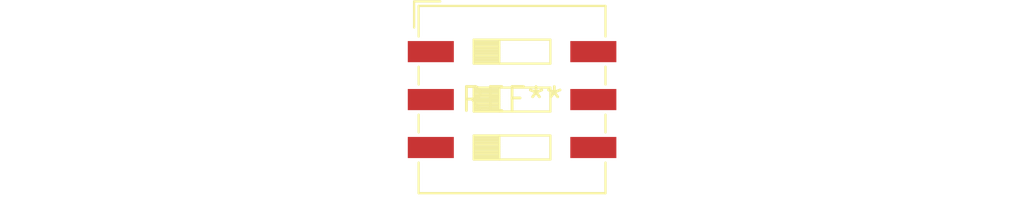
<source format=kicad_pcb>
(kicad_pcb (version 20240108) (generator pcbnew)
  (layers (0 "F.Cu" signal) (31 "B.Cu" signal) (34 "B.Paste" user) (35 "F.Paste" user) (36 "B.SilkS" user "B.Silkscreen") (37 "F.SilkS" user "F.Silkscreen") (38 "B.Mask" user) (39 "F.Mask" user) (44 "Edge.Cuts" user))
  (net 0 "")
  (footprint "SW_DIP_SPSTx03_Slide_9.78x9.8mm_W8.61mm_P2.54mm" (layer "F.Cu") (at 0 0)
    (property "Reference" "REF**")
    (property "Value" "SW_DIP_SPSTx03_Slide_9.78x9.8mm_W8.61mm_P2.54mm")
    (fp_line (start -5.19 -5.2) (end -5.19 -3.817) (layer "F.SilkS") (stroke (width 0.12)))
    (fp_line (start -5.19 -5.2) (end -3.806 -5.2) (layer "F.SilkS") (stroke (width 0.12)))
    (fp_line (start -4.95 -4.96) (end -4.95 -3.34) (layer "F.SilkS") (stroke (width 0.12)))
    (fp_line (start -4.95 -4.96) (end 4.95 -4.96) (layer "F.SilkS") (stroke (width 0.12)))
    (fp_line (start -4.95 -1.74) (end -4.95 -0.8) (layer "F.SilkS") (stroke (width 0.12)))
    (fp_line (start -4.95 0.8) (end -4.95 1.74) (layer "F.SilkS") (stroke (width 0.12)))
    (fp_line (start -4.95 3.34) (end -4.95 4.96) (layer "F.SilkS") (stroke (width 0.12)))
    (fp_line (start -4.95 4.96) (end 4.95 4.96) (layer "F.SilkS") (stroke (width 0.12)))
    (fp_line (start -2.03 -3.175) (end -2.03 -1.905) (layer "F.SilkS") (stroke (width 0.12)))
    (fp_line (start -2.03 -3.055) (end -0.676667 -3.055) (layer "F.SilkS") (stroke (width 0.12)))
    (fp_line (start -2.03 -2.935) (end -0.676667 -2.935) (layer "F.SilkS") (stroke (width 0.12)))
    (fp_line (start -2.03 -2.815) (end -0.676667 -2.815) (layer "F.SilkS") (stroke (width 0.12)))
    (fp_line (start -2.03 -2.695) (end -0.676667 -2.695) (layer "F.SilkS") (stroke (width 0.12)))
    (fp_line (start -2.03 -2.575) (end -0.676667 -2.575) (layer "F.SilkS") (stroke (width 0.12)))
    (fp_line (start -2.03 -2.455) (end -0.676667 -2.455) (layer "F.SilkS") (stroke (width 0.12)))
    (fp_line (start -2.03 -2.335) (end -0.676667 -2.335) (layer "F.SilkS") (stroke (width 0.12)))
    (fp_line (start -2.03 -2.215) (end -0.676667 -2.215) (layer "F.SilkS") (stroke (width 0.12)))
    (fp_line (start -2.03 -2.095) (end -0.676667 -2.095) (layer "F.SilkS") (stroke (width 0.12)))
    (fp_line (start -2.03 -1.975) (end -0.676667 -1.975) (layer "F.SilkS") (stroke (width 0.12)))
    (fp_line (start -2.03 -1.905) (end 2.03 -1.905) (layer "F.SilkS") (stroke (width 0.12)))
    (fp_line (start -2.03 -0.635) (end -2.03 0.635) (layer "F.SilkS") (stroke (width 0.12)))
    (fp_line (start -2.03 -0.515) (end -0.676667 -0.515) (layer "F.SilkS") (stroke (width 0.12)))
    (fp_line (start -2.03 -0.395) (end -0.676667 -0.395) (layer "F.SilkS") (stroke (width 0.12)))
    (fp_line (start -2.03 -0.275) (end -0.676667 -0.275) (layer "F.SilkS") (stroke (width 0.12)))
    (fp_line (start -2.03 -0.155) (end -0.676667 -0.155) (layer "F.SilkS") (stroke (width 0.12)))
    (fp_line (start -2.03 -0.035) (end -0.676667 -0.035) (layer "F.SilkS") (stroke (width 0.12)))
    (fp_line (start -2.03 0.085) (end -0.676667 0.085) (layer "F.SilkS") (stroke (width 0.12)))
    (fp_line (start -2.03 0.205) (end -0.676667 0.205) (layer "F.SilkS") (stroke (width 0.12)))
    (fp_line (start -2.03 0.325) (end -0.676667 0.325) (layer "F.SilkS") (stroke (width 0.12)))
    (fp_line (start -2.03 0.445) (end -0.676667 0.445) (layer "F.SilkS") (stroke (width 0.12)))
    (fp_line (start -2.03 0.565) (end -0.676667 0.565) (layer "F.SilkS") (stroke (width 0.12)))
    (fp_line (start -2.03 0.635) (end 2.03 0.635) (layer "F.SilkS") (stroke (width 0.12)))
    (fp_line (start -2.03 1.905) (end -2.03 3.175) (layer "F.SilkS") (stroke (width 0.12)))
    (fp_line (start -2.03 2.025) (end -0.676667 2.025) (layer "F.SilkS") (stroke (width 0.12)))
    (fp_line (start -2.03 2.145) (end -0.676667 2.145) (layer "F.SilkS") (stroke (width 0.12)))
    (fp_line (start -2.03 2.265) (end -0.676667 2.265) (layer "F.SilkS") (stroke (width 0.12)))
    (fp_line (start -2.03 2.385) (end -0.676667 2.385) (layer "F.SilkS") (stroke (width 0.12)))
    (fp_line (start -2.03 2.505) (end -0.676667 2.505) (layer "F.SilkS") (stroke (width 0.12)))
    (fp_line (start -2.03 2.625) (end -0.676667 2.625) (layer "F.SilkS") (stroke (width 0.12)))
    (fp_line (start -2.03 2.745) (end -0.676667 2.745) (layer "F.SilkS") (stroke (width 0.12)))
    (fp_line (start -2.03 2.865) (end -0.676667 2.865) (layer "F.SilkS") (stroke (width 0.12)))
    (fp_line (start -2.03 2.985) (end -0.676667 2.985) (layer "F.SilkS") (stroke (width 0.12)))
    (fp_line (start -2.03 3.105) (end -0.676667 3.105) (layer "F.SilkS") (stroke (width 0.12)))
    (fp_line (start -2.03 3.175) (end 2.03 3.175) (layer "F.SilkS") (stroke (width 0.12)))
    (fp_line (start -0.676667 -3.175) (end -0.676667 -1.905) (layer "F.SilkS") (stroke (width 0.12)))
    (fp_line (start -0.676667 -0.635) (end -0.676667 0.635) (layer "F.SilkS") (stroke (width 0.12)))
    (fp_line (start -0.676667 1.905) (end -0.676667 3.175) (layer "F.SilkS") (stroke (width 0.12)))
    (fp_line (start 2.03 -3.175) (end -2.03 -3.175) (layer "F.SilkS") (stroke (width 0.12)))
    (fp_line (start 2.03 -1.905) (end 2.03 -3.175) (layer "F.SilkS") (stroke (width 0.12)))
    (fp_line (start 2.03 -0.635) (end -2.03 -0.635) (layer "F.SilkS") (stroke (width 0.12)))
    (fp_line (start 2.03 0.635) (end 2.03 -0.635) (layer "F.SilkS") (stroke (width 0.12)))
    (fp_line (start 2.03 1.905) (end -2.03 1.905) (layer "F.SilkS") (stroke (width 0.12)))
    (fp_line (start 2.03 3.175) (end 2.03 1.905) (layer "F.SilkS") (stroke (width 0.12)))
    (fp_line (start 4.95 -4.96) (end 4.95 -3.34) (layer "F.SilkS") (stroke (width 0.12)))
    (fp_line (start 4.95 -1.74) (end 4.95 -0.8) (layer "F.SilkS") (stroke (width 0.12)))
    (fp_line (start 4.95 0.8) (end 4.95 1.74) (layer "F.SilkS") (stroke (width 0.12)))
    (fp_line (start 4.95 3.34) (end 4.95 4.96) (layer "F.SilkS") (stroke (width 0.12)))
    (pad "1" smd rect (at -4.305 -2.54) (size 2.44 1.12) (layers "F.Cu" "F.Paste" "F.Mask"))
    (pad "2" smd rect (at -4.305 0) (size 2.44 1.12) (layers "F.Cu" "F.Paste" "F.Mask"))
    (pad "3" smd rect (at -4.305 2.54) (size 2.44 1.12) (layers "F.Cu" "F.Paste" "F.Mask"))
    (pad "4" smd rect (at 4.305 2.54) (size 2.44 1.12) (layers "F.Cu" "F.Paste" "F.Mask"))
    (pad "5" smd rect (at 4.305 0) (size 2.44 1.12) (layers "F.Cu" "F.Paste" "F.Mask"))
    (pad "6" smd rect (at 4.305 -2.54) (size 2.44 1.12) (layers "F.Cu" "F.Paste" "F.Mask"))
  )
)
</source>
